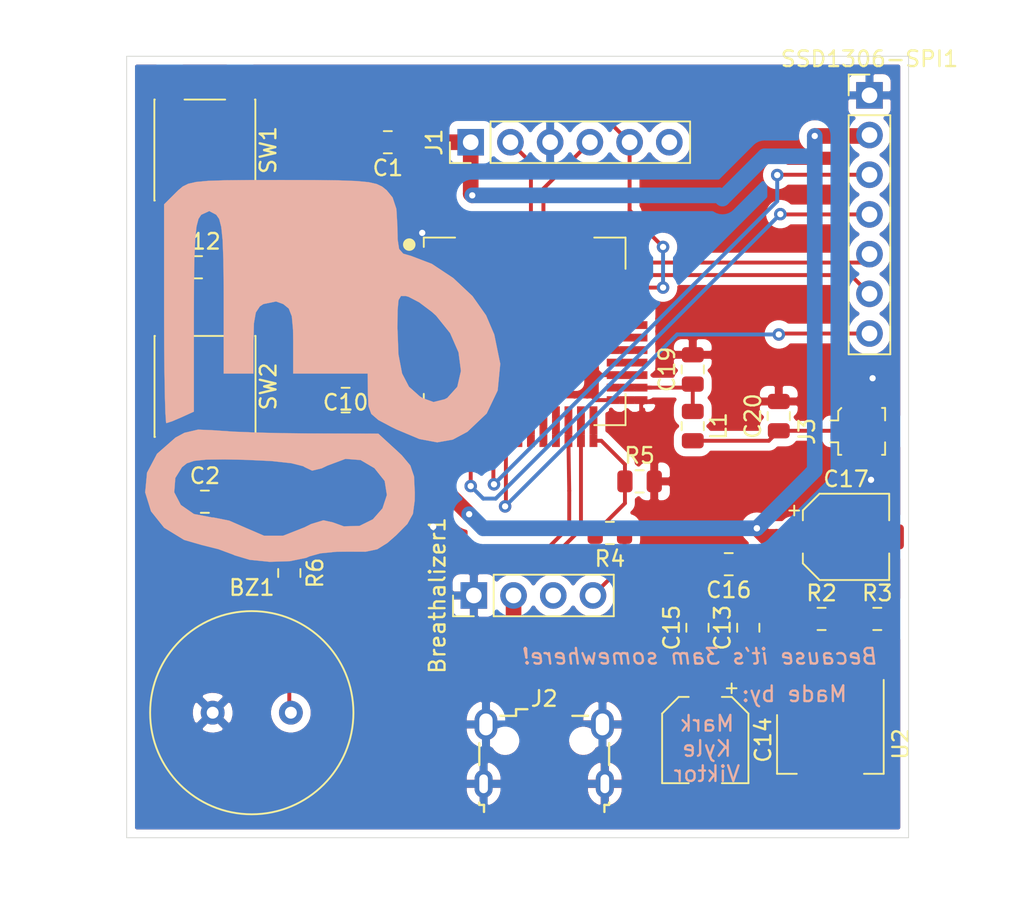
<source format=kicad_pcb>
(kicad_pcb (version 20171130) (host pcbnew 5.1.5-1.fc31)
  (layers (0 F.Cu signal) (31 B.Cu signal) (34 B.Paste user) (35 F.Paste user) (36 B.SilkS user) (37 F.SilkS user) (38 B.Mask user) (39 F.Mask user) (44 Edge.Cuts user))
  (net 0 "")
  (net 1 GND)
  (net 2 +5V)
  (net 3 "Net-(Breathalizer1-Pad3)")
  (net 4 "Net-(Breathalizer1-Pad4)")
  (net 5 "Net-(BZ1-Pad1)")
  (net 6 +3V3)
  (net 7 /NRST)
  (net 8 "Net-(C19-Pad1)")
  (net 9 "Net-(C20-Pad1)")
  (net 10 /SWCLK)
  (net 11 /SWDIO)
  (net 12 "Net-(J1-Pad6)")
  (net 13 "Net-(J2-Pad2)")
  (net 14 "Net-(J2-Pad3)")
  (net 15 "Net-(J2-Pad4)")
  (net 16 "Net-(R2-Pad2)")
  (net 17 /DAT)
  (net 18 "Net-(R6-Pad1)")
  (net 19 /D0)
  (net 20 /D1)
  (net 21 /RES)
  (net 22 /DC)
  (net 23 /CS)
  (net 24 "Net-(U1-Pad12)")
  (net 25 "Net-(U1-Pad11)")
  (net 26 "Net-(U1-Pad10)")
  (net 27 "Net-(U1-Pad9)")
  (net 28 "Net-(U1-Pad8)")
  (net 29 "Net-(U1-Pad2)")
  (net 30 "Net-(U1-Pad1)")
  (net 31 "Net-(U1-Pad13)")
  (net 32 "Net-(U1-Pad15)")
  (net 33 "Net-(U1-Pad18)")
  (net 34 "Net-(U1-Pad19)")
  (net 35 "Net-(U1-Pad20)")
  (net 36 "Net-(U1-Pad21)")
  (net 37 "Net-(U1-Pad48)")
  (net 38 "Net-(U1-Pad47)")
  (net 39 "Net-(U1-Pad46)")
  (net 40 "Net-(U1-Pad45)")
  (net 41 "Net-(U1-Pad43)")
  (net 42 "Net-(U1-Pad40)")
  (net 43 "Net-(U1-Pad39)")
  (net 44 "Net-(U1-Pad38)")
  (net 45 "Net-(U1-Pad37)")
  (net 46 "Net-(U1-Pad28)")
  (net 47 "Net-(U1-Pad29)")
  (net 48 "Net-(U1-Pad30)")
  (net 49 "Net-(U1-Pad31)")
  (net 50 "Net-(U1-Pad32)")
  (net 51 "Net-(U1-Pad33)")
  (net 52 /BUTTON)
  (module ProjectPCB:BEER_SMALL (layer B.Cu) (at 151.6 100.3)
    (fp_text reference G*** hide)
    (fp_text value LOGO hide)
  )
  (module Capacitor_SMD:C_0805_2012Metric (layer F.Cu) (at 154 103.5 180)
    (fp_text reference C11 (at 0 -1.65) (layer F.SilkS))
    (fp_text value 10u)
    (pad 2 smd roundrect (at 0.9375 0 180) (size 0.975 1.4) (layers F.Cu F.Paste F.Mask) (net 1 GND))
    (pad 1 smd roundrect (at -0.9375 0 180) (size 0.975 1.4) (layers F.Cu F.Paste F.Mask) (net 6 +3V3))
  )
  (module Connector_PinHeader_2.54mm:PinHeader_1x04_P2.54mm_Vertical (layer F.Cu) (at 162.2 114.5 90)
    (fp_text reference Breathalizer1 (at 0 -2.33 90) (layer F.SilkS))
    (fp_text value Conn_01x04_Male)
    (pad 1 thru_hole rect (at 0 0 90) (size 1.7 1.7) (drill 1) (layers *.Cu *.Mask) (net 1 GND))
    (pad 2 thru_hole oval (at 0 2.54 90) (size 1.7 1.7) (drill 1) (layers *.Cu *.Mask) (net 2 +5V))
    (pad 3 thru_hole oval (at 0 5.08 90) (size 1.7 1.7) (drill 1) (layers *.Cu *.Mask) (net 3 "Net-(Breathalizer1-Pad3)"))
    (pad 4 thru_hole oval (at 0 7.62 90) (size 1.7 1.7) (drill 1) (layers *.Cu *.Mask) (net 4 "Net-(Breathalizer1-Pad4)"))
  )
  (module ProjectPCB:PKM13EPYH4000_piezo (layer F.Cu) (at 148 122)
    (fp_text reference BZ1 (at 0 -8) (layer F.SilkS))
    (fp_text value Buzzer)
    (pad 2 thru_hole circle (at -2.5 0) (size 1.524 1.524) (drill 0.762) (layers *.Cu *.Mask) (net 1 GND))
    (pad 1 thru_hole circle (at 2.5 0) (size 1.524 1.524) (drill 0.762) (layers *.Cu *.Mask) (net 5 "Net-(BZ1-Pad1)"))
  )
  (module Capacitor_SMD:C_0805_2012Metric (layer F.Cu) (at 156.7 85.5 180)
    (fp_text reference C1 (at 0 -1.65) (layer F.SilkS))
    (fp_text value 100n)
    (pad 2 smd roundrect (at 0.9375 0 180) (size 0.975 1.4) (layers F.Cu F.Paste F.Mask) (net 1 GND))
    (pad 1 smd roundrect (at -0.9375 0 180) (size 0.975 1.4) (layers F.Cu F.Paste F.Mask) (net 6 +3V3))
  )
  (module Capacitor_SMD:C_0805_2012Metric (layer F.Cu) (at 153.9375 91.5 180)
    (fp_text reference C7 (at 0 -1.65) (layer F.SilkS))
    (fp_text value 0.1u)
    (pad 1 smd roundrect (at -0.9375 0 180) (size 0.975 1.4) (layers F.Cu F.Paste F.Mask) (net 6 +3V3))
    (pad 2 smd roundrect (at 0.9375 0 180) (size 0.975 1.4) (layers F.Cu F.Paste F.Mask) (net 1 GND))
  )
  (module Capacitor_SMD:C_0805_2012Metric (layer F.Cu) (at 154 94.5 180)
    (fp_text reference C8 (at 0 -1.65) (layer F.SilkS))
    (fp_text value 10u)
    (pad 2 smd roundrect (at 0.9375 0 180) (size 0.975 1.4) (layers F.Cu F.Paste F.Mask) (net 1 GND))
    (pad 1 smd roundrect (at -0.9375 0 180) (size 0.975 1.4) (layers F.Cu F.Paste F.Mask) (net 6 +3V3))
  )
  (module Capacitor_SMD:C_0805_2012Metric (layer F.Cu) (at 154 97.5 180)
    (fp_text reference C9 (at 0 -1.65) (layer F.SilkS))
    (fp_text value 0.1u)
    (pad 1 smd roundrect (at -0.9375 0 180) (size 0.975 1.4) (layers F.Cu F.Paste F.Mask) (net 6 +3V3))
    (pad 2 smd roundrect (at 0.9375 0 180) (size 0.975 1.4) (layers F.Cu F.Paste F.Mask) (net 1 GND))
  )
  (module Capacitor_SMD:C_0805_2012Metric (layer F.Cu) (at 154 100.5 180)
    (fp_text reference C10 (at 0 -1.65) (layer F.SilkS))
    (fp_text value 1u)
    (pad 1 smd roundrect (at -0.9375 0 180) (size 0.975 1.4) (layers F.Cu F.Paste F.Mask) (net 6 +3V3))
    (pad 2 smd roundrect (at 0.9375 0 180) (size 0.975 1.4) (layers F.Cu F.Paste F.Mask) (net 1 GND))
  )
  (module Capacitor_SMD:C_0805_2012Metric (layer F.Cu) (at 144.5625 93.5)
    (fp_text reference C12 (at 0 -1.65) (layer F.SilkS))
    (fp_text value 0.1u)
    (pad 1 smd roundrect (at -0.9375 0) (size 0.975 1.4) (layers F.Cu F.Paste F.Mask) (net 1 GND))
    (pad 2 smd roundrect (at 0.9375 0) (size 0.975 1.4) (layers F.Cu F.Paste F.Mask) (net 7 /NRST))
  )
  (module Capacitor_SMD:C_0805_2012Metric (layer F.Cu) (at 179.75 116.5625 90)
    (fp_text reference C13 (at 0 -1.65 90) (layer F.SilkS))
    (fp_text value 100n)
    (pad 2 smd roundrect (at 0.9375 0 90) (size 0.975 1.4) (layers F.Cu F.Paste F.Mask) (net 1 GND))
    (pad 1 smd roundrect (at -0.9375 0 90) (size 0.975 1.4) (layers F.Cu F.Paste F.Mask) (net 2 +5V))
  )
  (module Capacitor_SMD:CP_Elec_5x5.3 (layer F.Cu) (at 177 123.75 270)
    (fp_text reference C14 (at 0 -3.7 90) (layer F.SilkS))
    (fp_text value 10u)
    (pad 1 smd roundrect (at -2.2 0 270) (size 3 1.6) (layers F.Cu F.Paste F.Mask) (roundrect_rratio 0.15625) (net 2 +5V))
    (pad 2 smd roundrect (at 2.2 0 270) (size 3 1.6) (layers F.Cu F.Paste F.Mask) (roundrect_rratio 0.15625) (net 1 GND))
  )
  (module Capacitor_SMD:C_0805_2012Metric (layer F.Cu) (at 176.5 116.5625 90)
    (fp_text reference C15 (at 0 -1.65 90) (layer F.SilkS))
    (fp_text value 100n)
    (pad 1 smd roundrect (at -0.9375 0 90) (size 0.975 1.4) (layers F.Cu F.Paste F.Mask) (net 2 +5V))
    (pad 2 smd roundrect (at 0.9375 0 90) (size 0.975 1.4) (layers F.Cu F.Paste F.Mask) (net 1 GND))
  )
  (module Capacitor_SMD:C_0805_2012Metric (layer F.Cu) (at 178.5 112.5 180)
    (fp_text reference C16 (at 0 -1.65) (layer F.SilkS))
    (fp_text value 100n)
    (pad 2 smd roundrect (at 0.9375 0 180) (size 0.975 1.4) (layers F.Cu F.Paste F.Mask) (net 1 GND))
    (pad 1 smd roundrect (at -0.9375 0 180) (size 0.975 1.4) (layers F.Cu F.Paste F.Mask) (net 6 +3V3))
  )
  (module Capacitor_SMD:CP_Elec_5x5.3 (layer F.Cu) (at 186 110.75)
    (fp_text reference C17 (at 0 -3.7) (layer F.SilkS))
    (fp_text value 10u)
    (pad 2 smd roundrect (at 2.2 0) (size 3 1.6) (layers F.Cu F.Paste F.Mask) (roundrect_rratio 0.15625) (net 1 GND))
    (pad 1 smd roundrect (at -2.2 0) (size 3 1.6) (layers F.Cu F.Paste F.Mask) (roundrect_rratio 0.15625) (net 6 +3V3))
  )
  (module Capacitor_SMD:C_0805_2012Metric (layer F.Cu) (at 176.2 100.0375 90)
    (fp_text reference C19 (at 0 -1.65 90) (layer F.SilkS))
    (fp_text value 100n)
    (pad 1 smd roundrect (at -0.9375 0 90) (size 0.975 1.4) (layers F.Cu F.Paste F.Mask) (net 8 "Net-(C19-Pad1)"))
    (pad 2 smd roundrect (at 0.9375 0 90) (size 0.975 1.4) (layers F.Cu F.Paste F.Mask) (net 1 GND))
  )
  (module Capacitor_SMD:C_0805_2012Metric (layer F.Cu) (at 181.7 103.025 90)
    (fp_text reference C20 (at 0 -1.65 90) (layer F.SilkS))
    (fp_text value 10n)
    (pad 2 smd roundrect (at 0.9375 0 90) (size 0.975 1.4) (layers F.Cu F.Paste F.Mask) (net 1 GND))
    (pad 1 smd roundrect (at -0.9375 0 90) (size 0.975 1.4) (layers F.Cu F.Paste F.Mask) (net 9 "Net-(C20-Pad1)"))
  )
  (module Connector_PinHeader_2.54mm:PinHeader_1x06_P2.54mm_Vertical (layer F.Cu) (at 162 85.5 90)
    (fp_text reference J1 (at 0 -2.33 90) (layer F.SilkS))
    (fp_text value Conn_01x06_Male)
    (pad 1 thru_hole rect (at 0 0 90) (size 1.7 1.7) (drill 1) (layers *.Cu *.Mask) (net 6 +3V3))
    (pad 2 thru_hole oval (at 0 2.54 90) (size 1.7 1.7) (drill 1) (layers *.Cu *.Mask) (net 10 /SWCLK))
    (pad 3 thru_hole oval (at 0 5.08 90) (size 1.7 1.7) (drill 1) (layers *.Cu *.Mask) (net 1 GND))
    (pad 4 thru_hole oval (at 0 7.62 90) (size 1.7 1.7) (drill 1) (layers *.Cu *.Mask) (net 11 /SWDIO))
    (pad 5 thru_hole oval (at 0 10.16 90) (size 1.7 1.7) (drill 1) (layers *.Cu *.Mask) (net 7 /NRST))
    (pad 6 thru_hole oval (at 0 12.7 90) (size 1.7 1.7) (drill 1) (layers *.Cu *.Mask) (net 12 "Net-(J1-Pad6)"))
  )
  (module Connector_Coaxial:U.FL_Molex_MCRF_73412-0110_Vertical (layer F.Cu) (at 187 104 270)
    (fp_text reference J3 (at 0 3.5 90) (layer F.SilkS))
    (fp_text value Conn_Coaxial)
    (pad 2 smd rect (at -1.475 0 270) (size 1.05 2.2) (layers F.Cu F.Paste F.Mask) (net 1 GND))
    (pad 2 smd rect (at 1.475 0 270) (size 1.05 2.2) (layers F.Cu F.Paste F.Mask) (net 1 GND))
    (pad 2 smd rect (at 0 -1.5 270) (size 1 1) (layers F.Cu F.Paste F.Mask) (net 1 GND))
    (pad 1 smd rect (at 0 1.5 270) (size 1 1) (layers F.Cu F.Paste F.Mask) (net 9 "Net-(C20-Pad1)"))
  )
  (module Inductor_SMD:L_0805_2012Metric (layer F.Cu) (at 176.2 103.6625 270)
    (fp_text reference L1 (at 0 -1.65 90) (layer F.SilkS))
    (fp_text value 100n)
    (pad 1 smd roundrect (at -0.9375 0 270) (size 0.975 1.4) (layers F.Cu F.Paste F.Mask) (net 8 "Net-(C19-Pad1)"))
    (pad 2 smd roundrect (at 0.9375 0 270) (size 0.975 1.4) (layers F.Cu F.Paste F.Mask) (net 9 "Net-(C20-Pad1)"))
  )
  (module Resistor_SMD:R_0805_2012Metric (layer F.Cu) (at 184.4375 116)
    (fp_text reference R2 (at 0 -1.65) (layer F.SilkS))
    (fp_text value 680)
    (pad 1 smd roundrect (at -0.9375 0) (size 0.975 1.4) (layers F.Cu F.Paste F.Mask) (net 6 +3V3))
    (pad 2 smd roundrect (at 0.9375 0) (size 0.975 1.4) (layers F.Cu F.Paste F.Mask) (net 16 "Net-(R2-Pad2)"))
  )
  (module Resistor_SMD:R_0805_2012Metric (layer F.Cu) (at 188 116)
    (fp_text reference R3 (at 0 -1.65) (layer F.SilkS))
    (fp_text value 1200)
    (pad 1 smd roundrect (at -0.9375 0) (size 0.975 1.4) (layers F.Cu F.Paste F.Mask) (net 16 "Net-(R2-Pad2)"))
    (pad 2 smd roundrect (at 0.9375 0) (size 0.975 1.4) (layers F.Cu F.Paste F.Mask) (net 1 GND))
  )
  (module Resistor_SMD:R_0805_2012Metric (layer F.Cu) (at 170.9 110.5 180)
    (fp_text reference R4 (at 0 -1.65) (layer F.SilkS))
    (fp_text value 680)
    (pad 2 smd roundrect (at 0.9375 0 180) (size 0.975 1.4) (layers F.Cu F.Paste F.Mask) (net 17 /DAT))
    (pad 1 smd roundrect (at -0.9375 0 180) (size 0.975 1.4) (layers F.Cu F.Paste F.Mask) (net 4 "Net-(Breathalizer1-Pad4)"))
  )
  (module Resistor_SMD:R_0805_2012Metric (layer F.Cu) (at 172.8 107.2)
    (fp_text reference R5 (at 0 -1.65) (layer F.SilkS))
    (fp_text value 1200)
    (pad 1 smd roundrect (at -0.9375 0) (size 0.975 1.4) (layers F.Cu F.Paste F.Mask) (net 17 /DAT))
    (pad 2 smd roundrect (at 0.9375 0) (size 0.975 1.4) (layers F.Cu F.Paste F.Mask) (net 1 GND))
  )
  (module Resistor_SMD:R_0805_2012Metric (layer F.Cu) (at 150.4 113.0625 270)
    (fp_text reference R6 (at 0 -1.65 90) (layer F.SilkS))
    (fp_text value 100)
    (pad 2 smd roundrect (at 0.9375 0 270) (size 0.975 1.4) (layers F.Cu F.Paste F.Mask) (net 5 "Net-(BZ1-Pad1)"))
    (pad 1 smd roundrect (at -0.9375 0 270) (size 0.975 1.4) (layers F.Cu F.Paste F.Mask) (net 18 "Net-(R6-Pad1)"))
  )
  (module Connector_PinHeader_2.54mm:PinHeader_1x07_P2.54mm_Vertical (layer F.Cu) (at 187.5 82.5)
    (fp_text reference SSD1306-SPI1 (at 0 -2.33) (layer F.SilkS))
    (fp_text value Conn_01x07_Male)
    (pad 1 thru_hole rect (at 0 0) (size 1.7 1.7) (drill 1) (layers *.Cu *.Mask) (net 1 GND))
    (pad 2 thru_hole oval (at 0 2.54) (size 1.7 1.7) (drill 1) (layers *.Cu *.Mask) (net 6 +3V3))
    (pad 3 thru_hole oval (at 0 5.08) (size 1.7 1.7) (drill 1) (layers *.Cu *.Mask) (net 19 /D0))
    (pad 4 thru_hole oval (at 0 7.62) (size 1.7 1.7) (drill 1) (layers *.Cu *.Mask) (net 20 /D1))
    (pad 5 thru_hole oval (at 0 10.16) (size 1.7 1.7) (drill 1) (layers *.Cu *.Mask) (net 21 /RES))
    (pad 6 thru_hole oval (at 0 12.7) (size 1.7 1.7) (drill 1) (layers *.Cu *.Mask) (net 22 /DC))
    (pad 7 thru_hole oval (at 0 15.24) (size 1.7 1.7) (drill 1) (layers *.Cu *.Mask) (net 23 /CS))
  )
  (module Button_Switch_SMD:SW_Push_1P1T_NO_6x6mm_H9.5mm (layer F.Cu) (at 145 86 270)
    (fp_text reference SW1 (at 0 -4.05 90) (layer F.SilkS))
    (fp_text value SW_Push)
    (pad 2 smd rect (at -3.975 2.25 270) (size 1.55 1.3) (layers F.Cu F.Paste F.Mask) (net 1 GND))
    (pad 1 smd rect (at -3.975 -2.25 270) (size 1.55 1.3) (layers F.Cu F.Paste F.Mask) (net 7 /NRST))
    (pad 1 smd rect (at 3.975 -2.25 270) (size 1.55 1.3) (layers F.Cu F.Paste F.Mask) (net 7 /NRST))
    (pad 2 smd rect (at 3.975 2.25 270) (size 1.55 1.3) (layers F.Cu F.Paste F.Mask) (net 1 GND))
  )
  (module ProjectPCB:CMWX1ZZABZ_longer_pads (layer F.Cu) (at 165.45 97.6)
    (fp_text reference U1 (at -8.71 -4 270) (layer F.SilkS))
    (fp_text value CMWX1ZZABZ-078)
    (pad 12 smd rect (at -7.45 4.4) (size 0.8 0.5) (layers F.Cu F.Paste F.Mask) (net 24 "Net-(U1-Pad12)"))
    (pad 12 connect rect (at -6.55 4.4) (size 1 0.5) (layers F.Cu) (net 24 "Net-(U1-Pad12)"))
    (pad 11 smd rect (at -7.45 3.6) (size 0.8 0.5) (layers F.Cu F.Paste F.Mask) (net 25 "Net-(U1-Pad11)"))
    (pad 11 connect rect (at -6.55 3.6) (size 1 0.5) (layers F.Cu) (net 25 "Net-(U1-Pad11)"))
    (pad 10 connect rect (at -6.55 2.8) (size 1 0.5) (layers F.Cu) (net 26 "Net-(U1-Pad10)"))
    (pad 10 smd rect (at -7.45 2.8) (size 0.8 0.5) (layers F.Cu F.Paste F.Mask) (net 26 "Net-(U1-Pad10)"))
    (pad 9 connect rect (at -6.55 2) (size 1 0.5) (layers F.Cu) (net 27 "Net-(U1-Pad9)"))
    (pad 9 smd rect (at -7.45 2) (size 0.8 0.5) (layers F.Cu F.Paste F.Mask) (net 27 "Net-(U1-Pad9)"))
    (pad 8 connect rect (at -6.55 1.2) (size 1 0.5) (layers F.Cu) (net 28 "Net-(U1-Pad8)"))
    (pad 8 smd rect (at -7.45 1.2) (size 0.8 0.5) (layers F.Cu F.Paste F.Mask) (net 28 "Net-(U1-Pad8)"))
    (pad 7 connect rect (at -6.55 0.4) (size 1 0.5) (layers F.Cu) (net 1 GND))
    (pad 7 smd rect (at -7.45 0.4) (size 0.8 0.5) (layers F.Cu F.Paste F.Mask) (net 1 GND))
    (pad 6 connect rect (at -6.55 -0.4) (size 1 0.5) (layers F.Cu) (net 6 +3V3))
    (pad 6 smd rect (at -7.45 -0.4) (size 0.8 0.5) (layers F.Cu F.Paste F.Mask) (net 6 +3V3))
    (pad 5 connect rect (at -6.55 -1.2) (size 1 0.5) (layers F.Cu) (net 6 +3V3))
    (pad 5 smd rect (at -7.45 -1.2) (size 0.8 0.5) (layers F.Cu F.Paste F.Mask) (net 6 +3V3))
    (pad 4 connect rect (at -6.55 -2) (size 1 0.5) (layers F.Cu) (net 6 +3V3))
    (pad 4 smd rect (at -7.45 -2) (size 0.8 0.5) (layers F.Cu F.Paste F.Mask) (net 6 +3V3))
    (pad 3 connect rect (at -6.55 -2.8) (size 1 0.5) (layers F.Cu) (net 1 GND))
    (pad 3 smd rect (at -7.45 -2.8) (size 0.8 0.5) (layers F.Cu F.Paste F.Mask) (net 1 GND))
    (pad 2 connect rect (at -6.55 -3.6) (size 1 0.5) (layers F.Cu) (net 29 "Net-(U1-Pad2)"))
    (pad 2 smd rect (at -7.45 -3.6) (size 0.8 0.5) (layers F.Cu F.Paste F.Mask) (net 29 "Net-(U1-Pad2)"))
    (pad 1 smd rect (at -7.45 -4.4) (size 0.8 0.5) (layers F.Cu F.Paste F.Mask) (net 30 "Net-(U1-Pad1)"))
    (pad 1 connect rect (at -6.55 -4.4) (size 1 0.5) (layers F.Cu) (net 30 "Net-(U1-Pad1)"))
    (pad 13 smd rect (at -4.4 7 270) (size 0.8 0.5) (layers F.Cu F.Paste F.Mask) (net 31 "Net-(U1-Pad13)"))
    (pad 13 connect rect (at -4.4 6.1 90) (size 1 0.5) (layers F.Cu) (net 31 "Net-(U1-Pad13)"))
    (pad 14 smd rect (at -3.6 7 270) (size 0.8 0.5) (layers F.Cu F.Paste F.Mask) (net 20 /D1))
    (pad 14 connect rect (at -3.6 6.1 90) (size 1 0.5) (layers F.Cu) (net 20 /D1))
    (pad 15 smd rect (at -2.8 7 270) (size 0.8 0.5) (layers F.Cu F.Paste F.Mask) (net 32 "Net-(U1-Pad15)"))
    (pad 15 connect rect (at -2.8 6.1 90) (size 1 0.5) (layers F.Cu) (net 32 "Net-(U1-Pad15)"))
    (pad 16 smd rect (at -2 7 270) (size 0.8 0.5) (layers F.Cu F.Paste F.Mask) (net 19 /D0))
    (pad 16 connect rect (at -2 6.1 90) (size 1 0.5) (layers F.Cu) (net 19 /D0))
    (pad 17 connect rect (at -1.2 6.1 90) (size 1 0.5) (layers F.Cu) (net 23 /CS))
    (pad 17 smd rect (at -1.2 7 270) (size 0.8 0.5) (layers F.Cu F.Paste F.Mask) (net 23 /CS))
    (pad 18 connect rect (at -0.4 6.1 90) (size 1 0.5) (layers F.Cu) (net 33 "Net-(U1-Pad18)"))
    (pad 18 smd rect (at -0.4 7 270) (size 0.8 0.5) (layers F.Cu F.Paste F.Mask) (net 33 "Net-(U1-Pad18)"))
    (pad 19 connect rect (at 0.4 6.1 90) (size 1 0.5) (layers F.Cu) (net 34 "Net-(U1-Pad19)"))
    (pad 19 smd rect (at 0.4 7 270) (size 0.8 0.5) (layers F.Cu F.Paste F.Mask) (net 34 "Net-(U1-Pad19)"))
    (pad 20 smd rect (at 1.2 7 270) (size 0.8 0.5) (layers F.Cu F.Paste F.Mask) (net 35 "Net-(U1-Pad20)"))
    (pad 20 connect rect (at 1.2 6.1 90) (size 1 0.5) (layers F.Cu) (net 35 "Net-(U1-Pad20)"))
    (pad 21 connect rect (at 2 6.1 90) (size 1 0.5) (layers F.Cu) (net 36 "Net-(U1-Pad21)"))
    (pad 21 smd rect (at 2 7 270) (size 0.8 0.5) (layers F.Cu F.Paste F.Mask) (net 36 "Net-(U1-Pad21)"))
    (pad 22 connect rect (at 2.8 6.1 90) (size 1 0.5) (layers F.Cu) (net 52 /BUTTON))
    (pad 22 smd rect (at 2.8 7 270) (size 0.8 0.5) (layers F.Cu F.Paste F.Mask) (net 52 /BUTTON))
    (pad 23 smd rect (at 3.6 7 270) (size 0.8 0.5) (layers F.Cu F.Paste F.Mask) (net 18 "Net-(R6-Pad1)"))
    (pad 23 connect rect (at 3.6 6.1 90) (size 1 0.5) (layers F.Cu) (net 18 "Net-(R6-Pad1)"))
    (pad 24 smd rect (at 4.4 7 270) (size 0.8 0.5) (layers F.Cu F.Paste F.Mask) (net 17 /DAT))
    (pad 24 connect rect (at 4.4 6.1 90) (size 1 0.5) (layers F.Cu) (net 17 /DAT))
    (pad 48 smd rect (at -4.4 -6.9 90) (size 0.8 0.5) (layers F.Cu F.Paste F.Mask) (net 37 "Net-(U1-Pad48)"))
    (pad 48 connect rect (at -4.4 -6 90) (size 1 0.5) (layers F.Cu) (net 37 "Net-(U1-Pad48)"))
    (pad 47 connect rect (at -3.6 -6 90) (size 1 0.5) (layers F.Cu) (net 38 "Net-(U1-Pad47)"))
    (pad 47 smd rect (at -3.6 -6.9 90) (size 0.8 0.5) (layers F.Cu F.Paste F.Mask) (net 38 "Net-(U1-Pad47)"))
    (pad 46 connect rect (at -2.8 -6 90) (size 1 0.5) (layers F.Cu) (net 39 "Net-(U1-Pad46)"))
    (pad 46 smd rect (at -2.8 -6.9 90) (size 0.8 0.5) (layers F.Cu F.Paste F.Mask) (net 39 "Net-(U1-Pad46)"))
    (pad 45 connect rect (at -2 -6 90) (size 1 0.5) (layers F.Cu) (net 40 "Net-(U1-Pad45)"))
    (pad 45 smd rect (at -2 -6.9 90) (size 0.8 0.5) (layers F.Cu F.Paste F.Mask) (net 40 "Net-(U1-Pad45)"))
    (pad 44 connect rect (at -1.2 -6 90) (size 1 0.5) (layers F.Cu) (net 1 GND))
    (pad 44 smd rect (at -1.2 -6.9 90) (size 0.8 0.5) (layers F.Cu F.Paste F.Mask) (net 1 GND))
    (pad 43 connect rect (at -0.4 -6 90) (size 1 0.5) (layers F.Cu) (net 41 "Net-(U1-Pad43)"))
    (pad 43 smd rect (at -0.4 -6.9 90) (size 0.8 0.5) (layers F.Cu F.Paste F.Mask) (net 41 "Net-(U1-Pad43)"))
    (pad 42 smd rect (at 0.4 -6.9 90) (size 0.8 0.5) (layers F.Cu F.Paste F.Mask) (net 10 /SWCLK))
    (pad 42 connect rect (at 0.4 -6 90) (size 1 0.5) (layers F.Cu) (net 10 /SWCLK))
    (pad 41 connect rect (at 1.2 -6 90) (size 1 0.5) (layers F.Cu) (net 11 /SWDIO))
    (pad 41 smd rect (at 1.2 -6.9 90) (size 0.8 0.5) (layers F.Cu F.Paste F.Mask) (net 11 /SWDIO))
    (pad 40 connect rect (at 2 -6 90) (size 1 0.5) (layers F.Cu) (net 42 "Net-(U1-Pad40)"))
    (pad 40 smd rect (at 2 -6.9 90) (size 0.8 0.5) (layers F.Cu F.Paste F.Mask) (net 42 "Net-(U1-Pad40)"))
    (pad 39 connect rect (at 2.8 -6 90) (size 1 0.5) (layers F.Cu) (net 43 "Net-(U1-Pad39)"))
    (pad 39 smd rect (at 2.8 -6.9 90) (size 0.8 0.5) (layers F.Cu F.Paste F.Mask) (net 43 "Net-(U1-Pad39)"))
    (pad 38 smd rect (at 3.6 -6.9 90) (size 0.8 0.5) (layers F.Cu F.Paste F.Mask) (net 44 "Net-(U1-Pad38)"))
    (pad 38 connect rect (at 3.6 -6 90) (size 1 0.5) (layers F.Cu) (net 44 "Net-(U1-Pad38)"))
    (pad 37 smd rect (at 4.4 -6.9 90) (size 0.8 0.5) (layers F.Cu F.Paste F.Mask) (net 45 "Net-(U1-Pad37)"))
    (pad 37 connect rect (at 4.4 -6 90) (size 1 0.5) (layers F.Cu) (net 45 "Net-(U1-Pad37)"))
    (pad 25 smd rect (at 7.45 4.4) (size 0.8 0.5) (layers F.Cu F.Paste F.Mask) (net 1 GND))
    (pad 25 connect rect (at 6.55 4.4) (size 1 0.5) (layers F.Cu) (net 1 GND))
    (pad 26 smd rect (at 7.45 3.6) (size 0.8 0.5) (layers F.Cu F.Paste F.Mask) (net 8 "Net-(C19-Pad1)"))
    (pad 26 connect rect (at 6.55 3.6) (size 1 0.5) (layers F.Cu) (net 8 "Net-(C19-Pad1)"))
    (pad 27 connect rect (at 6.55 2.8) (size 1 0.5) (layers F.Cu) (net 1 GND))
    (pad 27 smd rect (at 7.45 2.8) (size 0.8 0.5) (layers F.Cu F.Paste F.Mask) (net 1 GND))
    (pad 28 connect rect (at 6.55 2) (size 1 0.5) (layers F.Cu) (net 46 "Net-(U1-Pad28)"))
    (pad 28 smd rect (at 7.45 2) (size 0.8 0.5) (layers F.Cu F.Paste F.Mask) (net 46 "Net-(U1-Pad28)"))
    (pad 29 connect rect (at 6.55 1.2) (size 1 0.5) (layers F.Cu) (net 47 "Net-(U1-Pad29)"))
    (pad 29 smd rect (at 7.45 1.2) (size 0.8 0.5) (layers F.Cu F.Paste F.Mask) (net 47 "Net-(U1-Pad29)"))
    (pad 30 smd rect (at 7.45 0.4) (size 0.8 0.5) (layers F.Cu F.Paste F.Mask) (net 48 "Net-(U1-Pad30)"))
    (pad 30 connect rect (at 6.55 0.4) (size 1 0.5) (layers F.Cu) (net 48 "Net-(U1-Pad30)"))
    (pad 31 smd rect (at 7.45 -0.4) (size 0.8 0.5) (layers F.Cu F.Paste F.Mask) (net 49 "Net-(U1-Pad31)"))
    (pad 31 connect rect (at 6.55 -0.4) (size 1 0.5) (layers F.Cu) (net 49 "Net-(U1-Pad31)"))
    (pad 32 connect rect (at 6.55 -1.2) (size 1 0.5) (layers F.Cu) (net 50 "Net-(U1-Pad32)"))
    (pad 32 smd rect (at 7.45 -1.2) (size 0.8 0.5) (layers F.Cu F.Paste F.Mask) (net 50 "Net-(U1-Pad32)"))
    (pad 33 connect rect (at 6.55 -2) (size 1 0.5) (layers F.Cu) (net 51 "Net-(U1-Pad33)"))
    (pad 33 smd rect (at 7.45 -2) (size 0.8 0.5) (layers F.Cu F.Paste F.Mask) (net 51 "Net-(U1-Pad33)"))
    (pad 34 smd rect (at 7.45 -2.8) (size 0.8 0.5) (layers F.Cu F.Paste F.Mask) (net 7 /NRST))
    (pad 34 connect rect (at 6.55 -2.8) (size 1 0.5) (layers F.Cu) (net 7 /NRST))
    (pad 35 smd rect (at 7.45 -3.6) (size 0.8 0.5) (layers F.Cu F.Paste F.Mask) (net 22 /DC))
    (pad 35 connect rect (at 6.55 -3.6) (size 1 0.5) (layers F.Cu) (net 22 /DC))
    (pad 36 smd rect (at 7.45 -4.4) (size 0.8 0.5) (layers F.Cu F.Paste F.Mask) (net 21 /RES))
    (pad 36 connect rect (at 6.55 -4.4) (size 1 0.5) (layers F.Cu) (net 21 /RES))
    (pad 57 smd rect (at 2.5 2.5 90) (size 1.6 1.6) (layers F.Cu F.Paste F.Mask) (net 1 GND))
    (pad 56 smd rect (at 0 2.5 90) (size 1.6 1.6) (layers F.Cu F.Paste F.Mask) (net 1 GND))
    (pad 55 smd rect (at -2.5 2.5 90) (size 1.6 1.6) (layers F.Cu F.Paste F.Mask) (net 1 GND))
    (pad 54 smd rect (at 2.5 0 90) (size 1.6 1.6) (layers F.Cu F.Paste F.Mask) (net 1 GND))
    (pad 53 smd rect (at 0 0 90) (size 1.6 1.6) (layers F.Cu F.Paste F.Mask) (net 1 GND))
    (pad 52 smd rect (at -2.5 0 90) (size 1.6 1.6) (layers F.Cu F.Paste F.Mask) (net 1 GND))
    (pad 51 smd rect (at 2.5 -2.5 90) (size 1.6 1.6) (layers F.Cu F.Paste F.Mask) (net 1 GND))
    (pad 50 smd rect (at 0 -2.5 90) (size 1.6 1.6) (layers F.Cu F.Paste F.Mask) (net 1 GND))
    (pad 49 smd rect (at -2.5 -2.5 90) (size 1.6 1.6) (layers F.Cu F.Paste F.Mask) (net 1 GND))
    (pad 48 smd rect (at -4.4 -5.2 90) (size 0.8 0.5) (layers F.Cu F.Paste F.Mask) (net 37 "Net-(U1-Pad48)"))
    (pad 47 smd rect (at -3.6 -5.2 90) (size 0.8 0.5) (layers F.Cu F.Paste F.Mask) (net 38 "Net-(U1-Pad47)"))
    (pad 46 smd rect (at -2.8 -5.2 90) (size 0.8 0.5) (layers F.Cu F.Paste F.Mask) (net 39 "Net-(U1-Pad46)"))
    (pad 45 smd rect (at -2 -5.2 90) (size 0.8 0.5) (layers F.Cu F.Paste F.Mask) (net 40 "Net-(U1-Pad45)"))
    (pad 44 smd rect (at -1.2 -5.2 90) (size 0.8 0.5) (layers F.Cu F.Paste F.Mask) (net 1 GND))
    (pad 43 smd rect (at -0.4 -5.2 90) (size 0.8 0.5) (layers F.Cu F.Paste F.Mask) (net 41 "Net-(U1-Pad43)"))
    (pad 42 smd rect (at 0.4 -5.2 90) (size 0.8 0.5) (layers F.Cu F.Paste F.Mask) (net 10 /SWCLK))
    (pad 1 smd rect (at -5.65 -4.4) (size 0.8 0.5) (layers F.Cu F.Paste F.Mask) (net 30 "Net-(U1-Pad1)"))
    (pad 2 smd rect (at -5.65 -3.6) (size 0.8 0.5) (layers F.Cu F.Paste F.Mask) (net 29 "Net-(U1-Pad2)"))
    (pad 3 smd rect (at -5.65 -2.8) (size 0.8 0.5) (layers F.Cu F.Paste F.Mask) (net 1 GND))
    (pad 4 smd rect (at -5.65 -2) (size 0.8 0.5) (layers F.Cu F.Paste F.Mask) (net 6 +3V3))
    (pad 5 smd rect (at -5.65 -1.2) (size 0.8 0.5) (layers F.Cu F.Paste F.Mask) (net 6 +3V3))
    (pad 6 smd rect (at -5.65 -0.4) (size 0.8 0.5) (layers F.Cu F.Paste F.Mask) (net 6 +3V3))
    (pad 7 smd rect (at -5.65 0.4) (size 0.8 0.5) (layers F.Cu F.Paste F.Mask) (net 1 GND))
    (pad 8 smd rect (at -5.65 1.2) (size 0.8 0.5) (layers F.Cu F.Paste F.Mask) (net 28 "Net-(U1-Pad8)"))
    (pad 9 smd rect (at -5.65 2) (size 0.8 0.5) (layers F.Cu F.Paste F.Mask) (net 27 "Net-(U1-Pad9)"))
    (pad 10 smd rect (at -5.65 2.8) (size 0.8 0.5) (layers F.Cu F.Paste F.Mask) (net 26 "Net-(U1-Pad10)"))
    (pad 11 smd rect (at -5.65 3.6) (size 0.8 0.5) (layers F.Cu F.Paste F.Mask) (net 25 "Net-(U1-Pad11)"))
    (pad 27 smd rect (at 5.65 2.8) (size 0.8 0.5) (layers F.Cu F.Paste F.Mask) (net 1 GND))
    (pad 28 smd rect (at 5.65 2) (size 0.8 0.5) (layers F.Cu F.Paste F.Mask) (net 46 "Net-(U1-Pad28)"))
    (pad 29 smd rect (at 5.65 1.2) (size 0.8 0.5) (layers F.Cu F.Paste F.Mask) (net 47 "Net-(U1-Pad29)"))
    (pad 30 smd rect (at 5.65 0.4) (size 0.8 0.5) (layers F.Cu F.Paste F.Mask) (net 48 "Net-(U1-Pad30)"))
    (pad 31 smd rect (at 5.65 -0.4) (size 0.8 0.5) (layers F.Cu F.Paste F.Mask) (net 49 "Net-(U1-Pad31)"))
    (pad 32 smd rect (at 5.65 -1.2) (size 0.8 0.5) (layers F.Cu F.Paste F.Mask) (net 50 "Net-(U1-Pad32)"))
    (pad 33 smd rect (at 5.65 -2) (size 0.8 0.5) (layers F.Cu F.Paste F.Mask) (net 51 "Net-(U1-Pad33)"))
    (pad 34 smd rect (at 5.65 -2.8) (size 0.8 0.5) (layers F.Cu F.Paste F.Mask) (net 7 /NRST))
    (pad 35 smd rect (at 5.65 -3.6) (size 0.8 0.5) (layers F.Cu F.Paste F.Mask) (net 22 /DC))
    (pad 36 smd rect (at 5.65 -4.4) (size 0.8 0.5) (layers F.Cu F.Paste F.Mask) (net 21 /RES))
    (pad 37 smd rect (at 4.4 -5.2 90) (size 0.8 0.5) (layers F.Cu F.Paste F.Mask) (net 45 "Net-(U1-Pad37)"))
    (pad 39 smd rect (at 2.8 -5.2 90) (size 0.8 0.5) (layers F.Cu F.Paste F.Mask) (net 43 "Net-(U1-Pad39)"))
    (pad 40 smd rect (at 2 -5.2 90) (size 0.8 0.5) (layers F.Cu F.Paste F.Mask) (net 42 "Net-(U1-Pad40)"))
    (pad 41 smd rect (at 1.2 -5.2 90) (size 0.8 0.5) (layers F.Cu F.Paste F.Mask) (net 11 /SWDIO))
    (pad 12 smd rect (at -5.65 4.4) (size 0.8 0.5) (layers F.Cu F.Paste F.Mask) (net 24 "Net-(U1-Pad12)"))
    (pad 13 smd rect (at -4.4 5.2 90) (size 0.8 0.5) (layers F.Cu F.Paste F.Mask) (net 31 "Net-(U1-Pad13)"))
    (pad 14 smd rect (at -3.6 5.2 90) (size 0.8 0.5) (layers F.Cu F.Paste F.Mask) (net 20 /D1))
    (pad 15 smd rect (at -2.8 5.2 90) (size 0.8 0.5) (layers F.Cu F.Paste F.Mask) (net 32 "Net-(U1-Pad15)"))
    (pad 16 smd rect (at -2 5.2 90) (size 0.8 0.5) (layers F.Cu F.Paste F.Mask) (net 19 /D0))
    (pad 17 smd rect (at -1.2 5.2 90) (size 0.8 0.5) (layers F.Cu F.Paste F.Mask) (net 23 /CS))
    (pad 18 smd rect (at -0.4 5.2 90) (size 0.8 0.5) (layers F.Cu F.Paste F.Mask) (net 33 "Net-(U1-Pad18)"))
    (pad 19 smd rect (at 0.4 5.2 90) (size 0.8 0.5) (layers F.Cu F.Paste F.Mask) (net 34 "Net-(U1-Pad19)"))
    (pad 20 smd rect (at 1.2 5.2 270) (size 0.8 0.5) (layers F.Cu F.Paste F.Mask) (net 35 "Net-(U1-Pad20)"))
    (pad 21 smd rect (at 2 5.2 270) (size 0.8 0.5) (layers F.Cu F.Paste F.Mask) (net 36 "Net-(U1-Pad21)"))
    (pad 22 smd rect (at 2.8 5.2 270) (size 0.8 0.5) (layers F.Cu F.Paste F.Mask) (net 52 /BUTTON))
    (pad 23 smd rect (at 3.6 5.2 270) (size 0.8 0.5) (layers F.Cu F.Paste F.Mask) (net 18 "Net-(R6-Pad1)"))
    (pad 24 smd rect (at 4.4 5.2 270) (size 0.8 0.5) (layers F.Cu F.Paste F.Mask) (net 17 /DAT))
    (pad 25 smd rect (at 5.65 4.4) (size 0.8 0.5) (layers F.Cu F.Paste F.Mask) (net 1 GND))
    (pad 26 smd rect (at 5.65 3.6) (size 0.8 0.5) (layers F.Cu F.Paste F.Mask) (net 8 "Net-(C19-Pad1)"))
    (pad 38 smd rect (at 3.6 -5.2 90) (size 0.8 0.5) (layers F.Cu F.Paste F.Mask) (net 44 "Net-(U1-Pad38)"))
  )
  (module Package_TO_SOT_SMD:SOT-223 (layer F.Cu) (at 185 124 270)
    (fp_text reference U2 (at 0 -4.5 90) (layer F.SilkS))
    (fp_text value LM1117ADJ)
    (pad 4 smd rect (at 3.15 0 270) (size 2 3.8) (layers F.Cu F.Paste F.Mask) (net 6 +3V3))
    (pad 2 smd rect (at -3.15 0 270) (size 2 1.5) (layers F.Cu F.Paste F.Mask) (net 6 +3V3))
    (pad 3 smd rect (at -3.15 2.3 270) (size 2 1.5) (layers F.Cu F.Paste F.Mask) (net 2 +5V))
    (pad 1 smd rect (at -3.15 -2.3 270) (size 2 1.5) (layers F.Cu F.Paste F.Mask) (net 16 "Net-(R2-Pad2)"))
  )
  (module Connector_USB:USB_Micro-B_Wuerth_629105150521 (layer F.Cu) (at 166.7 124.6)
    (fp_text reference J2 (at 0 -3.5) (layer F.SilkS))
    (fp_text value USB_B_Micro)
    (pad 1 smd rect (at -1.3 -1.9) (size 0.45 1.3) (layers F.Cu F.Paste F.Mask) (net 2 +5V))
    (pad 2 smd rect (at -0.65 -1.9) (size 0.45 1.3) (layers F.Cu F.Paste F.Mask) (net 13 "Net-(J2-Pad2)"))
    (pad 3 smd rect (at 0 -1.9) (size 0.45 1.3) (layers F.Cu F.Paste F.Mask) (net 14 "Net-(J2-Pad3)"))
    (pad 4 smd rect (at 0.65 -1.9) (size 0.45 1.3) (layers F.Cu F.Paste F.Mask) (net 15 "Net-(J2-Pad4)"))
    (pad 5 smd rect (at 1.3 -1.9) (size 0.45 1.3) (layers F.Cu F.Paste F.Mask) (net 1 GND))
    (pad 6 thru_hole oval (at -3.725 -1.85) (size 1.45 2) (drill oval 0.85 1.4) (layers *.Cu *.Mask) (net 1 GND))
    (pad 6 thru_hole oval (at 3.725 -1.85) (size 1.45 2) (drill oval 0.85 1.4) (layers *.Cu *.Mask) (net 1 GND))
    (pad 6 thru_hole oval (at -3.875 1.95) (size 1.15 1.8) (drill oval 0.55 1.2) (layers *.Cu *.Mask) (net 1 GND))
    (pad 6 thru_hole oval (at 3.875 1.95) (size 1.15 1.8) (drill oval 0.55 1.2) (layers *.Cu *.Mask) (net 1 GND))
    (pad "" np_thru_hole oval (at -2.5 -0.8) (size 0.8 0.8) (drill 0.8) (layers *.Cu *.Mask))
    (pad "" np_thru_hole oval (at 2.5 -0.8) (size 0.8 0.8) (drill 0.8) (layers *.Cu *.Mask))
  )
  (module Capacitor_SMD:C_0805_2012Metric (layer F.Cu) (at 145 108.5)
    (fp_text reference C2 (at 0 -1.65) (layer F.SilkS))
    (fp_text value 0.1u)
    (pad 1 smd roundrect (at -0.9375 0) (size 0.975 1.4) (layers F.Cu F.Paste F.Mask) (net 1 GND))
    (pad 2 smd roundrect (at 0.9375 0) (size 0.975 1.4) (layers F.Cu F.Paste F.Mask) (net 52 /BUTTON))
  )
  (module Button_Switch_SMD:SW_Push_1P1T_NO_6x6mm_H9.5mm (layer F.Cu) (at 145.009999 101.125001 270)
    (fp_text reference SW2 (at 0 -4.05 90) (layer F.SilkS))
    (fp_text value SW_Push)
    (pad 2 smd rect (at -3.975 2.25 270) (size 1.55 1.3) (layers F.Cu F.Paste F.Mask) (net 1 GND))
    (pad 1 smd rect (at -3.975 -2.25 270) (size 1.55 1.3) (layers F.Cu F.Paste F.Mask) (net 52 /BUTTON))
    (pad 1 smd rect (at 3.975 -2.25 270) (size 1.55 1.3) (layers F.Cu F.Paste F.Mask) (net 52 /BUTTON))
    (pad 2 smd rect (at 3.975 2.25 270) (size 1.55 1.3) (layers F.Cu F.Paste F.Mask) (net 1 GND))
  )
  (gr_text "Mark\nKyle\nViktor" (at 177.1 124.3) (layer B.SilkS) (effects (font (size 1 1)) (justify mirror)))
  (gr_text "Made by:" (at 182.7 120.8) (layer B.SilkS) (effects (font (size 1 1)) (justify mirror)))
  (gr_text "Because it's 3am somewhere!" (at 176.7 118.4) (layer B.SilkS) (effects (font (size 1 1) (thickness 0.15) italic) (justify mirror)))
  (gr_line (start 190 80) (end 140 80) (layer Edge.Cuts) (width 0.05))
  (gr_line (start 190 130) (end 190 80) (layer Edge.Cuts) (width 0.05))
  (gr_line (start 140 130) (end 190 130) (layer Edge.Cuts) (width 0.05))
  (gr_line (start 140 80) (end 140 130) (layer Edge.Cuts) (width 0.05))
  (segment (start 159.8 98) (end 158 98) (width 0.25) (layer F.Cu) (net 1))
  (segment (start 172.9 102) (end 171.1 102) (width 0.25) (layer F.Cu) (net 1))
  (segment (start 172.9 100.4) (end 171.1 100.4) (width 0.25) (layer F.Cu) (net 1))
  (segment (start 164.25 90.7) (end 164.25 92.4) (width 0.25) (layer F.Cu) (net 1))
  (segment (start 158 94.8) (end 159.8 94.8) (width 0.25) (layer F.Cu) (net 1))
  (segment (start 143.625 90.85) (end 142.75 89.975) (width 0.25) (layer F.Cu) (net 1))
  (segment (start 143.625 93.5) (end 143.625 90.85) (width 0.25) (layer F.Cu) (net 1))
  (segment (start 142.75 82.025) (end 142.75 89.975) (width 0.25) (layer F.Cu) (net 1))
  (segment (start 157.35 94.8) (end 156.3 93.75) (width 0.25) (layer F.Cu) (net 1))
  (segment (start 158 94.8) (end 157.35 94.8) (width 0.25) (layer F.Cu) (net 1))
  (segment (start 162.65 94.8) (end 162.95 95.1) (width 0.25) (layer F.Cu) (net 1))
  (segment (start 159.8 94.8) (end 162.65 94.8) (width 0.25) (layer F.Cu) (net 1))
  (segment (start 162.55 98) (end 162.95 97.6) (width 0.25) (layer F.Cu) (net 1))
  (segment (start 159.8 98) (end 162.55 98) (width 0.25) (layer F.Cu) (net 1))
  (segment (start 168.25 100.4) (end 167.95 100.1) (width 0.25) (layer F.Cu) (net 1))
  (segment (start 171.1 100.4) (end 168.25 100.4) (width 0.25) (layer F.Cu) (net 1))
  (segment (start 171.1 102) (end 170 102) (width 0.25) (layer F.Cu) (net 1))
  (segment (start 170 102) (end 169.7 101.7) (width 0.25) (layer F.Cu) (net 1))
  (via (at 158.9 91.3) (size 0.8) (drill 0.4) (layers F.Cu B.Cu) (net 1))
  (via (at 159.6 110.1) (size 0.8) (drill 0.4) (layers F.Cu B.Cu) (net 1))
  (segment (start 172.9 102) (end 172.9 103.1) (width 0.25) (layer F.Cu) (net 1))
  (via (at 187.6 107.1) (size 0.8) (drill 0.4) (layers F.Cu B.Cu) (net 1))
  (via (at 187.7 100.6) (size 0.8) (drill 0.4) (layers F.Cu B.Cu) (net 1))
  (segment (start 164.25 92.4) (end 164.25 93.35) (width 0.25) (layer F.Cu) (net 1))
  (segment (start 164.74 118.94) (end 176.46 118.94) (width 1) (layer F.Cu) (net 2))
  (segment (start 164.74 114.5) (end 164.74 118.94) (width 1) (layer F.Cu) (net 2))
  (segment (start 176.5 118.9) (end 176.5 117.5) (width 1) (layer F.Cu) (net 2))
  (segment (start 176.46 118.94) (end 176.5 118.9) (width 1) (layer F.Cu) (net 2))
  (segment (start 177 119.48) (end 177 121.55) (width 1) (layer F.Cu) (net 2))
  (segment (start 176.46 118.94) (end 177 119.48) (width 1) (layer F.Cu) (net 2))
  (segment (start 176.46 118.94) (end 179.86 118.94) (width 1) (layer F.Cu) (net 2))
  (segment (start 179.75 118.83) (end 179.75 117.5) (width 1) (layer F.Cu) (net 2))
  (segment (start 179.86 118.94) (end 179.75 118.83) (width 1) (layer F.Cu) (net 2))
  (segment (start 179.86 118.94) (end 182.66 118.94) (width 1) (layer F.Cu) (net 2))
  (segment (start 182.7 118.98) (end 182.7 120.85) (width 1) (layer F.Cu) (net 2))
  (segment (start 182.66 118.94) (end 182.7 118.98) (width 1) (layer F.Cu) (net 2))
  (segment (start 164.74 122.04) (end 165.124999 122.424999) (width 1) (layer F.Cu) (net 2))
  (segment (start 164.74 118.94) (end 164.74 122.04) (width 1) (layer F.Cu) (net 2))
  (segment (start 171.8375 112.4825) (end 169.82 114.5) (width 0.25) (layer F.Cu) (net 4))
  (segment (start 171.8375 110.5) (end 171.8375 112.4825) (width 0.25) (layer F.Cu) (net 4))
  (segment (start 150.4 121.9) (end 150.5 122) (width 0.25) (layer F.Cu) (net 5))
  (segment (start 150.4 114) (end 150.4 121.9) (width 0.25) (layer F.Cu) (net 5))
  (segment (start 185 127.15) (end 185 120.85) (width 1) (layer F.Cu) (net 6))
  (segment (start 185 120.85) (end 185 117.9) (width 1) (layer F.Cu) (net 6))
  (segment (start 185 117.9) (end 184.8 117.7) (width 1) (layer F.Cu) (net 6))
  (segment (start 184.8 117.7) (end 181.7 117.7) (width 1) (layer F.Cu) (net 6))
  (segment (start 181.7 117.7) (end 181.7 116) (width 1) (layer F.Cu) (net 6))
  (segment (start 181.7 116) (end 183.5 116) (width 1) (layer F.Cu) (net 6))
  (segment (start 181.7 116) (end 181.7 112.6) (width 1) (layer F.Cu) (net 6))
  (segment (start 181.6 112.5) (end 179.4375 112.5) (width 1) (layer F.Cu) (net 6))
  (segment (start 181.7 112.6) (end 181.6 112.5) (width 1) (layer F.Cu) (net 6))
  (segment (start 183.8 110.75) (end 181.55 110.75) (width 1) (layer F.Cu) (net 6))
  (segment (start 181.7 110.9) (end 181.7 112.6) (width 1) (layer F.Cu) (net 6))
  (segment (start 181.55 110.75) (end 181.7 110.9) (width 1) (layer F.Cu) (net 6))
  (segment (start 154.875 103.4375) (end 154.9375 103.5) (width 1) (layer F.Cu) (net 6))
  (segment (start 154.875 91.5) (end 154.875 103.4375) (width 1) (layer F.Cu) (net 6))
  (segment (start 154.9375 94.5) (end 156.8375 96.4) (width 1) (layer F.Cu) (net 6))
  (segment (start 157.849999 95.750001) (end 158 95.750001) (width 1) (layer F.Cu) (net 6))
  (segment (start 156.8375 96.4) (end 157.2 96.4) (width 1) (layer F.Cu) (net 6))
  (segment (start 157.2 96.4) (end 157.849999 95.750001) (width 1) (layer F.Cu) (net 6))
  (segment (start 157.849999 97.049999) (end 158 97.049999) (width 1) (layer F.Cu) (net 6))
  (segment (start 157.2 96.4) (end 157.849999 97.049999) (width 1) (layer F.Cu) (net 6))
  (segment (start 158 96.4) (end 159.8 96.4) (width 1) (layer F.Cu) (net 6))
  (segment (start 159.649999 97.049999) (end 159.8 97.049999) (width 1) (layer F.Cu) (net 6))
  (segment (start 158.9 96.4) (end 159 96.4) (width 1) (layer F.Cu) (net 6))
  (segment (start 159 96.4) (end 159.649999 97.049999) (width 1) (layer F.Cu) (net 6))
  (segment (start 159.649999 95.750001) (end 159.8 95.750001) (width 1) (layer F.Cu) (net 6))
  (segment (start 159 96.4) (end 159.649999 95.750001) (width 1) (layer F.Cu) (net 6))
  (segment (start 158.9 96.4) (end 158.9 95.750001) (width 1) (layer F.Cu) (net 6))
  (segment (start 158.9 96.4) (end 158.9 97.049999) (width 1) (layer F.Cu) (net 6))
  (segment (start 158 96.4) (end 158 95.750001) (width 1) (layer F.Cu) (net 6))
  (segment (start 158 96.4) (end 158 97.049999) (width 1) (layer F.Cu) (net 6))
  (via (at 180.3 110.2) (size 0.8) (drill 0.4) (layers F.Cu B.Cu) (net 6))
  (segment (start 181.55 110.75) (end 180.85 110.75) (width 1) (layer F.Cu) (net 6))
  (segment (start 180.85 110.75) (end 180.3 110.2) (width 1) (layer F.Cu) (net 6))
  (via (at 161.9 109.3) (size 0.8) (drill 0.4) (layers F.Cu B.Cu) (net 6))
  (segment (start 180.3 110.2) (end 162.8 110.2) (width 1) (layer B.Cu) (net 6))
  (segment (start 162.8 110.2) (end 161.9 109.3) (width 1) (layer B.Cu) (net 6))
  (segment (start 156.1 103.5) (end 161.9 109.3) (width 1) (layer F.Cu) (net 6))
  (segment (start 154.9375 103.5) (end 156.1 103.5) (width 1) (layer F.Cu) (net 6))
  (via (at 180.3 110.2) (size 0.8) (drill 0.4) (layers F.Cu B.Cu) (net 6))
  (segment (start 180.3 110.2) (end 183.8 106.7) (width 1) (layer B.Cu) (net 6))
  (segment (start 183.8 106.7) (end 184 106.5) (width 1) (layer B.Cu) (net 6))
  (via (at 184 85.1) (size 0.8) (drill 0.4) (layers F.Cu B.Cu) (net 6))
  (segment (start 187.44 85.1) (end 187.5 85.04) (width 1) (layer F.Cu) (net 6))
  (segment (start 184 85.1) (end 187.44 85.1) (width 1) (layer F.Cu) (net 6))
  (segment (start 157.6375 88.7375) (end 154.875 91.5) (width 1) (layer F.Cu) (net 6))
  (segment (start 157.6375 85.5) (end 157.6375 88.7375) (width 1) (layer F.Cu) (net 6))
  (segment (start 157.6375 85.5) (end 162 85.5) (width 1) (layer F.Cu) (net 6))
  (segment (start 184 86.4) (end 180.8 86.4) (width 1) (layer B.Cu) (net 6))
  (segment (start 184 106.5) (end 184 86.4) (width 1) (layer B.Cu) (net 6))
  (segment (start 184 86.4) (end 184 85.1) (width 1) (layer B.Cu) (net 6))
  (segment (start 180.8 86.4) (end 178.1 89.1) (width 1) (layer B.Cu) (net 6))
  (segment (start 178.1 89.1) (end 177.9 88.9) (width 1) (layer B.Cu) (net 6))
  (via (at 162.1 88.9) (size 0.8) (drill 0.4) (layers F.Cu B.Cu) (net 6))
  (segment (start 177.9 88.9) (end 162.1 88.9) (width 1) (layer B.Cu) (net 6))
  (segment (start 162 88.8) (end 162.1 88.9) (width 1) (layer F.Cu) (net 6))
  (segment (start 162 85.5) (end 162 88.8) (width 1) (layer F.Cu) (net 6))
  (segment (start 171.1 94.8) (end 172.9 94.8) (width 0.25) (layer F.Cu) (net 7))
  (segment (start 146.35 89.975) (end 147.25 89.975) (width 0.25) (layer F.Cu) (net 7))
  (segment (start 145.5 90.825) (end 146.35 89.975) (width 0.25) (layer F.Cu) (net 7))
  (segment (start 145.5 93.5) (end 145.5 90.825) (width 0.25) (layer F.Cu) (net 7))
  (segment (start 147.25 89.975) (end 147.25 82.025) (width 0.25) (layer F.Cu) (net 7))
  (segment (start 147.25 88.95) (end 152.9 83.3) (width 0.25) (layer F.Cu) (net 7))
  (segment (start 147.25 89.975) (end 147.25 88.95) (width 0.25) (layer F.Cu) (net 7))
  (segment (start 169.96 83.3) (end 172.16 85.5) (width 0.25) (layer F.Cu) (net 7))
  (segment (start 152.9 83.3) (end 169.96 83.3) (width 0.25) (layer F.Cu) (net 7))
  (segment (start 172.16 85.5) (end 172.16 89.86) (width 0.25) (layer F.Cu) (net 7))
  (segment (start 172.16 89.86) (end 172.3 90) (width 0.25) (layer F.Cu) (net 7))
  (segment (start 172.3 90) (end 172.3 90.2) (width 0.25) (layer F.Cu) (net 7))
  (segment (start 172.3 90.2) (end 174.3 92.2) (width 0.25) (layer F.Cu) (net 7))
  (via (at 174.3 92.2) (size 0.8) (drill 0.4) (layers F.Cu B.Cu) (net 7))
  (segment (start 174.3 92.2) (end 174.3 94.8) (width 0.25) (layer B.Cu) (net 7))
  (via (at 174.3 94.8) (size 0.8) (drill 0.4) (layers F.Cu B.Cu) (net 7))
  (segment (start 174.3 94.8) (end 172 94.8) (width 0.25) (layer F.Cu) (net 7))
  (segment (start 172.9 101.2) (end 173.55 101.2) (width 0.25) (layer F.Cu) (net 8))
  (segment (start 171.1 101.2) (end 172.9 101.2) (width 0.25) (layer F.Cu) (net 8))
  (segment (start 175.975 101.2) (end 176.2 100.975) (width 0.25) (layer F.Cu) (net 8))
  (segment (start 172.9 101.2) (end 175.975 101.2) (width 0.25) (layer F.Cu) (net 8))
  (segment (start 176.2 100.975) (end 176.2 102.725) (width 0.25) (layer F.Cu) (net 8))
  (segment (start 185.4625 103.9625) (end 185.5 104) (width 0.25) (layer F.Cu) (net 9))
  (segment (start 181.7 103.9625) (end 185.4625 103.9625) (width 0.25) (layer F.Cu) (net 9))
  (segment (start 181.0625 104.6) (end 181.7 103.9625) (width 0.25) (layer F.Cu) (net 9))
  (segment (start 176.2 104.6) (end 181.0625 104.6) (width 0.25) (layer F.Cu) (net 9))
  (segment (start 165.85 86.81) (end 165.85 90.7) (width 0.25) (layer F.Cu) (net 10))
  (segment (start 164.54 85.5) (end 165.85 86.81) (width 0.25) (layer F.Cu) (net 10))
  (segment (start 165.85 90.7) (end 165.85 92.4) (width 0.25) (layer F.Cu) (net 10))
  (segment (start 166.65 88.47) (end 169.62 85.5) (width 0.25) (layer F.Cu) (net 11))
  (segment (start 166.65 90.7) (end 166.65 88.47) (width 0.25) (layer F.Cu) (net 11))
  (segment (start 166.65 92.4) (end 166.65 90.7) (width 0.25) (layer F.Cu) (net 11))
  (segment (start 187.3 116.2375) (end 187.0625 116) (width 0.25) (layer F.Cu) (net 16))
  (segment (start 187.3 120.85) (end 187.3 116.2375) (width 0.25) (layer F.Cu) (net 16))
  (segment (start 185.375 116) (end 187.0625 116) (width 0.25) (layer F.Cu) (net 16))
  (segment (start 170.35 104.6) (end 171.8625 106.1125) (width 0.25) (layer F.Cu) (net 17))
  (segment (start 171.8625 106.5) (end 171.8625 107.2) (width 0.25) (layer F.Cu) (net 17))
  (segment (start 171.8625 106.1125) (end 171.8625 106.5) (width 0.25) (layer F.Cu) (net 17))
  (segment (start 169.85 104.6) (end 170.35 104.6) (width 0.25) (layer F.Cu) (net 17))
  (segment (start 171.8625 108.6) (end 169.9625 110.5) (width 0.25) (layer F.Cu) (net 17))
  (segment (start 171.8625 107.2) (end 171.8625 108.6) (width 0.25) (layer F.Cu) (net 17))
  (segment (start 169.9625 110.5) (end 169.9625 110.5625) (width 0.25) (layer F.Cu) (net 17))
  (segment (start 169.85 104.6) (end 169.85 102.8) (width 0.25) (layer F.Cu) (net 17))
  (segment (start 169.05 104.6) (end 169.05 110.25) (width 0.25) (layer F.Cu) (net 18))
  (segment (start 167.175 112.125) (end 150.4 112.125) (width 0.25) (layer F.Cu) (net 18))
  (segment (start 169.05 110.25) (end 167.175 112.125) (width 0.25) (layer F.Cu) (net 18))
  (segment (start 169.05 102.8) (end 169.05 104.6) (width 0.25) (layer F.Cu) (net 18))
  (segment (start 163.45 104.6) (end 163.45 102.8) (width 0.25) (layer F.Cu) (net 19))
  (via (at 181.6 87.6) (size 0.8) (drill 0.4) (layers F.Cu B.Cu) (net 19))
  (segment (start 187.5 87.58) (end 181.62 87.58) (width 0.25) (layer F.Cu) (net 19))
  (segment (start 181.62 87.58) (end 181.6 87.6) (width 0.25) (layer F.Cu) (net 19))
  (segment (start 181.6 87.6) (end 181.6 89.27468) (width 0.25) (layer B.Cu) (net 19))
  (segment (start 181.6 89.27468) (end 163.48734 107.38734) (width 0.25) (layer B.Cu) (net 19))
  (segment (start 163.45 107.35) (end 163.48734 107.38734) (width 0.25) (layer F.Cu) (net 19))
  (segment (start 163.45 103.7) (end 163.45 107.35) (width 0.25) (layer F.Cu) (net 19))
  (via (at 163.48734 107.38734) (size 0.8) (drill 0.4) (layers F.Cu B.Cu) (net 19))
  (segment (start 161.85 104.6) (end 161.85 102.8) (width 0.25) (layer F.Cu) (net 20))
  (via (at 181.8 90.1) (size 0.8) (drill 0.4) (layers F.Cu B.Cu) (net 20))
  (segment (start 187.5 90.12) (end 181.82 90.12) (width 0.25) (layer F.Cu) (net 20))
  (segment (start 181.82 90.12) (end 181.8 90.1) (width 0.25) (layer F.Cu) (net 20))
  (segment (start 181.8 90.1) (end 163.6 108.3) (width 0.25) (layer B.Cu) (net 20))
  (via (at 162 107.5) (size 0.8) (drill 0.4) (layers F.Cu B.Cu) (net 20))
  (segment (start 163.6 108.3) (end 162.8 108.3) (width 0.25) (layer B.Cu) (net 20))
  (segment (start 162.8 108.3) (end 162 107.5) (width 0.25) (layer B.Cu) (net 20))
  (segment (start 162 102.95) (end 161.85 102.8) (width 0.25) (layer F.Cu) (net 20))
  (segment (start 162 107.5) (end 162 102.95) (width 0.25) (layer F.Cu) (net 20))
  (segment (start 171.1 93.2) (end 172.9 93.2) (width 0.25) (layer F.Cu) (net 21))
  (segment (start 186.96 93.2) (end 187.5 92.66) (width 0.25) (layer F.Cu) (net 21))
  (segment (start 172.9 93.2) (end 186.96 93.2) (width 0.25) (layer F.Cu) (net 21))
  (segment (start 172.9 94) (end 171.1 94) (width 0.25) (layer F.Cu) (net 22))
  (segment (start 186.3 94) (end 187.5 95.2) (width 0.25) (layer F.Cu) (net 22))
  (segment (start 172.9 94) (end 186.3 94) (width 0.25) (layer F.Cu) (net 22))
  (segment (start 164.25 102.8) (end 164.25 104.6) (width 0.25) (layer F.Cu) (net 23))
  (via (at 181.7 97.8) (size 0.8) (drill 0.4) (layers F.Cu B.Cu) (net 23))
  (segment (start 187.5 97.74) (end 181.76 97.74) (width 0.25) (layer F.Cu) (net 23))
  (segment (start 181.76 97.74) (end 181.7 97.8) (width 0.25) (layer F.Cu) (net 23))
  (segment (start 181.7 97.8) (end 175.2 97.8) (width 0.25) (layer B.Cu) (net 23))
  (via (at 164.2 108.8) (size 0.8) (drill 0.4) (layers F.Cu B.Cu) (net 23))
  (segment (start 175.2 97.8) (end 164.2 108.8) (width 0.25) (layer B.Cu) (net 23))
  (segment (start 164.25 108.75) (end 164.2 108.8) (width 0.25) (layer F.Cu) (net 23))
  (segment (start 164.25 104.6) (end 164.25 108.75) (width 0.25) (layer F.Cu) (net 23))
  (segment (start 158 102) (end 159.8 102) (width 0.25) (layer F.Cu) (net 24))
  (segment (start 159.8 101.2) (end 158 101.2) (width 0.25) (layer F.Cu) (net 25))
  (segment (start 158 100.4) (end 159.8 100.4) (width 0.25) (layer F.Cu) (net 26))
  (segment (start 159.8 99.6) (end 158 99.6) (width 0.25) (layer F.Cu) (net 27))
  (segment (start 158 98.8) (end 159.8 98.8) (width 0.25) (layer F.Cu) (net 28))
  (segment (start 159.8 94) (end 158 94) (width 0.25) (layer F.Cu) (net 29))
  (segment (start 158 93.2) (end 159.8 93.2) (width 0.25) (layer F.Cu) (net 30))
  (segment (start 161.05 102.8) (end 161.05 104.6) (width 0.25) (layer F.Cu) (net 31))
  (segment (start 162.65 102.8) (end 162.65 104.6) (width 0.25) (layer F.Cu) (net 32))
  (segment (start 165.05 104.6) (end 165.05 102.8) (width 0.25) (layer F.Cu) (net 33))
  (segment (start 165.85 102.8) (end 165.85 104.6) (width 0.25) (layer F.Cu) (net 34))
  (segment (start 166.65 104.6) (end 166.65 102.8) (width 0.25) (layer F.Cu) (net 35))
  (segment (start 167.45 102.8) (end 167.45 104.475001) (width 0.25) (layer F.Cu) (net 36))
  (segment (start 161.05 90.7) (end 161.05 92.4) (width 0.25) (layer F.Cu) (net 37))
  (segment (start 161.85 92.4) (end 161.85 90.7) (width 0.25) (layer F.Cu) (net 38))
  (segment (start 162.65 90.7) (end 162.65 92.4) (width 0.25) (layer F.Cu) (net 39))
  (segment (start 163.45 92.4) (end 163.45 90.7) (width 0.25) (layer F.Cu) (net 40))
  (segment (start 165.05 92.4) (end 165.05 90.7) (width 0.25) (layer F.Cu) (net 41))
  (segment (start 167.45 90.7) (end 167.45 92.4) (width 0.25) (layer F.Cu) (net 42))
  (segment (start 168.25 92.4) (end 168.25 90.7) (width 0.25) (layer F.Cu) (net 43))
  (segment (start 169.05 90.7) (end 169.05 92.4) (width 0.25) (layer F.Cu) (net 44))
  (segment (start 169.85 92.4) (end 169.85 90.7) (width 0.25) (layer F.Cu) (net 45))
  (segment (start 171.1 99.6) (end 172.9 99.6) (width 0.25) (layer F.Cu) (net 46))
  (segment (start 172.9 98.8) (end 171.1 98.8) (width 0.25) (layer F.Cu) (net 47))
  (segment (start 171.1 98) (end 172.9 98) (width 0.25) (layer F.Cu) (net 48))
  (segment (start 172.9 97.2) (end 171.1 97.2) (width 0.25) (layer F.Cu) (net 49))
  (segment (start 171.1 96.4) (end 172.9 96.4) (width 0.25) (layer F.Cu) (net 50))
  (segment (start 172.9 95.6) (end 171.1 95.6) (width 0.25) (layer F.Cu) (net 51))
  (segment (start 168.25 102.8) (end 168.25 104.6) (width 0.25) (layer F.Cu) (net 52))
  (segment (start 147.259999 97.150001) (end 147.259999 105.100001) (width 0.25) (layer F.Cu) (net 52))
  (segment (start 146.359999 105.100001) (end 147.259999 105.100001) (width 0.25) (layer F.Cu) (net 52))
  (segment (start 145.9375 105.5225) (end 146.359999 105.100001) (width 0.25) (layer F.Cu) (net 52))
  (segment (start 145.9375 108.5) (end 145.9375 105.5225) (width 0.25) (layer F.Cu) (net 52))
  (segment (start 146.425 108.5) (end 148.825 110.9) (width 0.25) (layer F.Cu) (net 52))
  (segment (start 145.9375 108.5) (end 146.425 108.5) (width 0.25) (layer F.Cu) (net 52))
  (segment (start 148.825 110.9) (end 151.5 110.9) (width 0.25) (layer F.Cu) (net 52))
  (segment (start 151.5 110.9) (end 152.2 111.6) (width 0.25) (layer F.Cu) (net 52))
  (segment (start 152.2 111.6) (end 166.8 111.6) (width 0.25) (layer F.Cu) (net 52))
  (segment (start 168.3 110.1) (end 168.3 107.8) (width 0.25) (layer F.Cu) (net 52))
  (segment (start 166.8 111.6) (end 168.3 110.1) (width 0.25) (layer F.Cu) (net 52))
  (segment (start 168.3 107.8) (end 168.25 104.6) (width 0.25) (layer F.Cu) (net 52))
  (zone (net 1) (net_name GND) (layer F.Cu) (connect_pads (clearance 0.508)) (min_thickness 0.254) (fill yes (arc_segments 32) (thermal_gap 0.508) (thermal_bridge_width 0.508))
    (polygon (pts (xy 195 134.1) (xy 137.2 133.9) (xy 136.9 77.8) (xy 137 78.2) (xy 194.8 77.3)))
  )
  (zone (net 1) (net_name GND) (layer B.Cu) (connect_pads (clearance 0.508)) (min_thickness 0.254) (fill yes (arc_segments 32) (thermal_gap 0.508) (thermal_bridge_width 0.508))
    (polygon (pts (xy 197.4 76.7) (xy 193 134.5) (xy 134.9 133.8) (xy 131.9 76.4)))
  )
  (zone (net 0) (net_name "") (layer F.Cu) (connect_pads (clearance 0.508)) (min_thickness 0.254)
    (keepout (tracks not_allowed) (vias not_allowed) (copperpour not_allowed))
    (fill (arc_segments 32) (thermal_gap 0.508) (thermal_bridge_width 0.508))
    (polygon (pts (xy 167.9 109.6) (xy 166.7 111) (xy 161.8 111.1) (xy 161.8 110.1) (xy 162.7 109.6) (xy 162.3 108.6) (xy 162.3 108.1) (xy 162.9 107.8) (xy 163.7 108.2) (xy 163.4 109) (xy 163.7 109.3) (xy 164.4 109.5) (xy 164.9 109) (xy 164.6 108.3) (xy 164.8 105.4) (xy 167.8 105.3)))
  )
  (zone (net 1) (net_name GND) (layer F.Cu) (connect_pads (clearance 0.508)) (min_thickness 0.254) (fill yes (arc_segments 32) (thermal_gap 0.508) (thermal_bridge_width 0.508))
    (polygon (pts (xy 174 103.4) (xy 170.6 103.3) (xy 170.8 102) (xy 173.1 102)))
  )
  (zone (net 1) (net_name GND) (layer F.Cu) (connect_pads (clearance 0.508)) (min_thickness 0.254) (fill yes (arc_segments 32) (thermal_gap 0.508) (thermal_bridge_width 0.508))
    (polygon (pts (xy 173 129) (xy 165.5 129.1) (xy 166.2 120.7) (xy 173.1 120.7)))
  )
)
</source>
